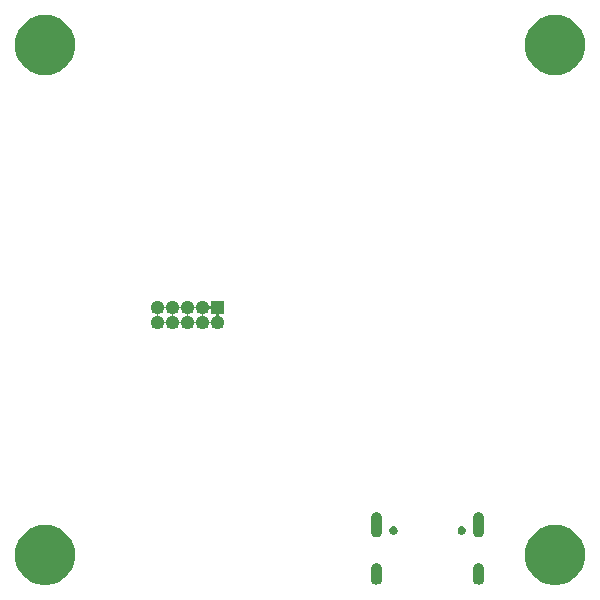
<source format=gbr>
G04 #@! TF.GenerationSoftware,KiCad,Pcbnew,5.1.5+dfsg1-2build2*
G04 #@! TF.CreationDate,2020-06-29T20:33:36+01:00*
G04 #@! TF.ProjectId,program_usb_kit,70726f67-7261-46d5-9f75-73625f6b6974,rev?*
G04 #@! TF.SameCoordinates,Original*
G04 #@! TF.FileFunction,Soldermask,Bot*
G04 #@! TF.FilePolarity,Negative*
%FSLAX46Y46*%
G04 Gerber Fmt 4.6, Leading zero omitted, Abs format (unit mm)*
G04 Created by KiCad (PCBNEW 5.1.5+dfsg1-2build2) date 2020-06-29 20:33:36*
%MOMM*%
%LPD*%
G04 APERTURE LIST*
%ADD10C,0.100000*%
G04 APERTURE END LIST*
D10*
G36*
X250638391Y-95278214D02*
G01*
X250934102Y-95337034D01*
X251282271Y-95481251D01*
X251398352Y-95529333D01*
X251816168Y-95808509D01*
X252171491Y-96163832D01*
X252450667Y-96581648D01*
X252490496Y-96677804D01*
X252642966Y-97045898D01*
X252701267Y-97339000D01*
X252741000Y-97538748D01*
X252741000Y-98041252D01*
X252721295Y-98140314D01*
X252642966Y-98534102D01*
X252531855Y-98802347D01*
X252450667Y-98998352D01*
X252171491Y-99416168D01*
X251816168Y-99771491D01*
X251398352Y-100050667D01*
X251340367Y-100074685D01*
X250934102Y-100242966D01*
X250703924Y-100288751D01*
X250441252Y-100341000D01*
X249938748Y-100341000D01*
X249676076Y-100288751D01*
X249445898Y-100242966D01*
X249039633Y-100074685D01*
X248981648Y-100050667D01*
X248563832Y-99771491D01*
X248208509Y-99416168D01*
X247929333Y-98998352D01*
X247848145Y-98802347D01*
X247737034Y-98534102D01*
X247658705Y-98140314D01*
X247639000Y-98041252D01*
X247639000Y-97538748D01*
X247678733Y-97339000D01*
X247737034Y-97045898D01*
X247889504Y-96677804D01*
X247929333Y-96581648D01*
X248208509Y-96163832D01*
X248563832Y-95808509D01*
X248981648Y-95529333D01*
X249097729Y-95481251D01*
X249445898Y-95337034D01*
X249741609Y-95278214D01*
X249938748Y-95239000D01*
X250441252Y-95239000D01*
X250638391Y-95278214D01*
G37*
G36*
X207458391Y-95278214D02*
G01*
X207754102Y-95337034D01*
X208102271Y-95481251D01*
X208218352Y-95529333D01*
X208636168Y-95808509D01*
X208991491Y-96163832D01*
X209270667Y-96581648D01*
X209310496Y-96677804D01*
X209462966Y-97045898D01*
X209521267Y-97339000D01*
X209561000Y-97538748D01*
X209561000Y-98041252D01*
X209541295Y-98140314D01*
X209462966Y-98534102D01*
X209351855Y-98802347D01*
X209270667Y-98998352D01*
X208991491Y-99416168D01*
X208636168Y-99771491D01*
X208218352Y-100050667D01*
X208160367Y-100074685D01*
X207754102Y-100242966D01*
X207523924Y-100288751D01*
X207261252Y-100341000D01*
X206758748Y-100341000D01*
X206496076Y-100288751D01*
X206265898Y-100242966D01*
X205859633Y-100074685D01*
X205801648Y-100050667D01*
X205383832Y-99771491D01*
X205028509Y-99416168D01*
X204749333Y-98998352D01*
X204668145Y-98802347D01*
X204557034Y-98534102D01*
X204478705Y-98140314D01*
X204459000Y-98041252D01*
X204459000Y-97538748D01*
X204498733Y-97339000D01*
X204557034Y-97045898D01*
X204709504Y-96677804D01*
X204749333Y-96581648D01*
X205028509Y-96163832D01*
X205383832Y-95808509D01*
X205801648Y-95529333D01*
X205917729Y-95481251D01*
X206265898Y-95337034D01*
X206561609Y-95278214D01*
X206758748Y-95239000D01*
X207261252Y-95239000D01*
X207458391Y-95278214D01*
G37*
G36*
X235173212Y-98501249D02*
G01*
X235267651Y-98529897D01*
X235354687Y-98576418D01*
X235430975Y-98639025D01*
X235493582Y-98715313D01*
X235540103Y-98802348D01*
X235568751Y-98896787D01*
X235576000Y-98970388D01*
X235576000Y-99819612D01*
X235568751Y-99893213D01*
X235540103Y-99987652D01*
X235493582Y-100074687D01*
X235430975Y-100150975D01*
X235354687Y-100213582D01*
X235267652Y-100260103D01*
X235173213Y-100288751D01*
X235075000Y-100298424D01*
X234976788Y-100288751D01*
X234882349Y-100260103D01*
X234795314Y-100213582D01*
X234719026Y-100150975D01*
X234656419Y-100074687D01*
X234609898Y-99987652D01*
X234581250Y-99893213D01*
X234581250Y-99893211D01*
X234581249Y-99893209D01*
X234574000Y-99819607D01*
X234574000Y-98970394D01*
X234574001Y-98970388D01*
X234581249Y-98896788D01*
X234609897Y-98802349D01*
X234656418Y-98715313D01*
X234719025Y-98639025D01*
X234795313Y-98576418D01*
X234882348Y-98529897D01*
X234976787Y-98501249D01*
X235075000Y-98491576D01*
X235173212Y-98501249D01*
G37*
G36*
X243813212Y-98501249D02*
G01*
X243907651Y-98529897D01*
X243994687Y-98576418D01*
X244070975Y-98639025D01*
X244133582Y-98715313D01*
X244180103Y-98802348D01*
X244208751Y-98896787D01*
X244216000Y-98970388D01*
X244216000Y-99819612D01*
X244208751Y-99893213D01*
X244180103Y-99987652D01*
X244133582Y-100074687D01*
X244070975Y-100150975D01*
X243994687Y-100213582D01*
X243907652Y-100260103D01*
X243813213Y-100288751D01*
X243715000Y-100298424D01*
X243616788Y-100288751D01*
X243522349Y-100260103D01*
X243435314Y-100213582D01*
X243359026Y-100150975D01*
X243296419Y-100074687D01*
X243249898Y-99987652D01*
X243221250Y-99893213D01*
X243221250Y-99893211D01*
X243221249Y-99893209D01*
X243214000Y-99819607D01*
X243214000Y-98970394D01*
X243214001Y-98970388D01*
X243221249Y-98896788D01*
X243249897Y-98802349D01*
X243296418Y-98715313D01*
X243359025Y-98639025D01*
X243435313Y-98576418D01*
X243522348Y-98529897D01*
X243616787Y-98501249D01*
X243715000Y-98491576D01*
X243813212Y-98501249D01*
G37*
G36*
X235173212Y-94181249D02*
G01*
X235267651Y-94209897D01*
X235354687Y-94256418D01*
X235430975Y-94319025D01*
X235493582Y-94395313D01*
X235540103Y-94482348D01*
X235568751Y-94576787D01*
X235576000Y-94650388D01*
X235576000Y-95799612D01*
X235568751Y-95873213D01*
X235540103Y-95967652D01*
X235493582Y-96054687D01*
X235430975Y-96130975D01*
X235354687Y-96193582D01*
X235267652Y-96240103D01*
X235173213Y-96268751D01*
X235075000Y-96278424D01*
X234976788Y-96268751D01*
X234882349Y-96240103D01*
X234795314Y-96193582D01*
X234719026Y-96130975D01*
X234656419Y-96054687D01*
X234609898Y-95967652D01*
X234581250Y-95873213D01*
X234574001Y-95799612D01*
X234574000Y-94650389D01*
X234581249Y-94576788D01*
X234609897Y-94482349D01*
X234656418Y-94395313D01*
X234719025Y-94319025D01*
X234795313Y-94256418D01*
X234882348Y-94209897D01*
X234976787Y-94181249D01*
X235075000Y-94171576D01*
X235173212Y-94181249D01*
G37*
G36*
X243813212Y-94181249D02*
G01*
X243907651Y-94209897D01*
X243994687Y-94256418D01*
X244070975Y-94319025D01*
X244133582Y-94395313D01*
X244180103Y-94482348D01*
X244208751Y-94576787D01*
X244216000Y-94650388D01*
X244216000Y-95799612D01*
X244208751Y-95873213D01*
X244180103Y-95967652D01*
X244133582Y-96054687D01*
X244070975Y-96130975D01*
X243994687Y-96193582D01*
X243907652Y-96240103D01*
X243813213Y-96268751D01*
X243715000Y-96278424D01*
X243616788Y-96268751D01*
X243522349Y-96240103D01*
X243435314Y-96193582D01*
X243359026Y-96130975D01*
X243296419Y-96054687D01*
X243249898Y-95967652D01*
X243221250Y-95873213D01*
X243214001Y-95799612D01*
X243214000Y-94650389D01*
X243221249Y-94576788D01*
X243249897Y-94482349D01*
X243296418Y-94395313D01*
X243359025Y-94319025D01*
X243435313Y-94256418D01*
X243522348Y-94209897D01*
X243616787Y-94181249D01*
X243715000Y-94171576D01*
X243813212Y-94181249D01*
G37*
G36*
X242387381Y-95367488D02*
G01*
X242451263Y-95393949D01*
X242508748Y-95432359D01*
X242557641Y-95481252D01*
X242596051Y-95538737D01*
X242622512Y-95602619D01*
X242636000Y-95670427D01*
X242636000Y-95739573D01*
X242622512Y-95807381D01*
X242596051Y-95871263D01*
X242557641Y-95928748D01*
X242508748Y-95977641D01*
X242451263Y-96016051D01*
X242387381Y-96042512D01*
X242319573Y-96056000D01*
X242250427Y-96056000D01*
X242182619Y-96042512D01*
X242118737Y-96016051D01*
X242061252Y-95977641D01*
X242012359Y-95928748D01*
X241973949Y-95871263D01*
X241947488Y-95807381D01*
X241934000Y-95739573D01*
X241934000Y-95670427D01*
X241947488Y-95602619D01*
X241973949Y-95538737D01*
X242012359Y-95481252D01*
X242061252Y-95432359D01*
X242118737Y-95393949D01*
X242182619Y-95367488D01*
X242250427Y-95354000D01*
X242319573Y-95354000D01*
X242387381Y-95367488D01*
G37*
G36*
X236607381Y-95367488D02*
G01*
X236671263Y-95393949D01*
X236728748Y-95432359D01*
X236777641Y-95481252D01*
X236816051Y-95538737D01*
X236842512Y-95602619D01*
X236856000Y-95670427D01*
X236856000Y-95739573D01*
X236842512Y-95807381D01*
X236816051Y-95871263D01*
X236777641Y-95928748D01*
X236728748Y-95977641D01*
X236671263Y-96016051D01*
X236607381Y-96042512D01*
X236539573Y-96056000D01*
X236470427Y-96056000D01*
X236402619Y-96042512D01*
X236338737Y-96016051D01*
X236281252Y-95977641D01*
X236232359Y-95928748D01*
X236193949Y-95871263D01*
X236167488Y-95807381D01*
X236154000Y-95739573D01*
X236154000Y-95670427D01*
X236167488Y-95602619D01*
X236193949Y-95538737D01*
X236232359Y-95481252D01*
X236281252Y-95432359D01*
X236338737Y-95393949D01*
X236402619Y-95367488D01*
X236470427Y-95354000D01*
X236539573Y-95354000D01*
X236607381Y-95367488D01*
G37*
G36*
X216642495Y-76294588D02*
G01*
X216695723Y-76305175D01*
X216795996Y-76346710D01*
X216886243Y-76407011D01*
X216962989Y-76483757D01*
X217023290Y-76574004D01*
X217064825Y-76674277D01*
X217071922Y-76709957D01*
X217077613Y-76728716D01*
X217086854Y-76746004D01*
X217099290Y-76761158D01*
X217114443Y-76773594D01*
X217131732Y-76782835D01*
X217150491Y-76788526D01*
X217170000Y-76790447D01*
X217189509Y-76788526D01*
X217208268Y-76782835D01*
X217225556Y-76773594D01*
X217240710Y-76761158D01*
X217253146Y-76746005D01*
X217262387Y-76728716D01*
X217268078Y-76709957D01*
X217275175Y-76674277D01*
X217316710Y-76574004D01*
X217377011Y-76483757D01*
X217453757Y-76407011D01*
X217544004Y-76346710D01*
X217644277Y-76305175D01*
X217697505Y-76294588D01*
X217750731Y-76284000D01*
X217859269Y-76284000D01*
X217912495Y-76294588D01*
X217965723Y-76305175D01*
X218065996Y-76346710D01*
X218156243Y-76407011D01*
X218232989Y-76483757D01*
X218293290Y-76574004D01*
X218334825Y-76674277D01*
X218341922Y-76709957D01*
X218347613Y-76728716D01*
X218356854Y-76746004D01*
X218369290Y-76761158D01*
X218384443Y-76773594D01*
X218401732Y-76782835D01*
X218420491Y-76788526D01*
X218440000Y-76790447D01*
X218459509Y-76788526D01*
X218478268Y-76782835D01*
X218495556Y-76773594D01*
X218510710Y-76761158D01*
X218523146Y-76746005D01*
X218532387Y-76728716D01*
X218538078Y-76709957D01*
X218545175Y-76674277D01*
X218586710Y-76574004D01*
X218647011Y-76483757D01*
X218723757Y-76407011D01*
X218814004Y-76346710D01*
X218914277Y-76305175D01*
X218967505Y-76294588D01*
X219020731Y-76284000D01*
X219129269Y-76284000D01*
X219182495Y-76294588D01*
X219235723Y-76305175D01*
X219335996Y-76346710D01*
X219426243Y-76407011D01*
X219502989Y-76483757D01*
X219563290Y-76574004D01*
X219604825Y-76674277D01*
X219611922Y-76709957D01*
X219617613Y-76728716D01*
X219626854Y-76746004D01*
X219639290Y-76761158D01*
X219654443Y-76773594D01*
X219671732Y-76782835D01*
X219690491Y-76788526D01*
X219710000Y-76790447D01*
X219729509Y-76788526D01*
X219748268Y-76782835D01*
X219765556Y-76773594D01*
X219780710Y-76761158D01*
X219793146Y-76746005D01*
X219802387Y-76728716D01*
X219808078Y-76709957D01*
X219815175Y-76674277D01*
X219856710Y-76574004D01*
X219917011Y-76483757D01*
X219993757Y-76407011D01*
X220084004Y-76346710D01*
X220184277Y-76305175D01*
X220237505Y-76294588D01*
X220290731Y-76284000D01*
X220399269Y-76284000D01*
X220452495Y-76294588D01*
X220505723Y-76305175D01*
X220605996Y-76346710D01*
X220696243Y-76407011D01*
X220772989Y-76483757D01*
X220833291Y-76574004D01*
X220871614Y-76666525D01*
X220880855Y-76683814D01*
X220893291Y-76698967D01*
X220908445Y-76711403D01*
X220925733Y-76720644D01*
X220944492Y-76726335D01*
X220964001Y-76728256D01*
X220983510Y-76726335D01*
X221002269Y-76720644D01*
X221019558Y-76711403D01*
X221034711Y-76698967D01*
X221047147Y-76683813D01*
X221056388Y-76666525D01*
X221062079Y-76647766D01*
X221064000Y-76628257D01*
X221064000Y-76284000D01*
X222166000Y-76284000D01*
X222166000Y-77386000D01*
X221821743Y-77386000D01*
X221802234Y-77387921D01*
X221783475Y-77393612D01*
X221766187Y-77402853D01*
X221751033Y-77415289D01*
X221738597Y-77430443D01*
X221729356Y-77447731D01*
X221723665Y-77466490D01*
X221721744Y-77485999D01*
X221723665Y-77505508D01*
X221729356Y-77524267D01*
X221738597Y-77541555D01*
X221751033Y-77556709D01*
X221766187Y-77569145D01*
X221783475Y-77578386D01*
X221875996Y-77616709D01*
X221966243Y-77677011D01*
X222042989Y-77753757D01*
X222103290Y-77844004D01*
X222144825Y-77944277D01*
X222144825Y-77944279D01*
X222166000Y-78050731D01*
X222166000Y-78159269D01*
X222159092Y-78193995D01*
X222144825Y-78265723D01*
X222103290Y-78365996D01*
X222042989Y-78456243D01*
X221966243Y-78532989D01*
X221875996Y-78593290D01*
X221775723Y-78634825D01*
X221722495Y-78645413D01*
X221669269Y-78656000D01*
X221560731Y-78656000D01*
X221507505Y-78645413D01*
X221454277Y-78634825D01*
X221354004Y-78593290D01*
X221263757Y-78532989D01*
X221187011Y-78456243D01*
X221126710Y-78365996D01*
X221085175Y-78265723D01*
X221078078Y-78230043D01*
X221072387Y-78211284D01*
X221063146Y-78193996D01*
X221050710Y-78178842D01*
X221035557Y-78166406D01*
X221018268Y-78157165D01*
X220999509Y-78151474D01*
X220980000Y-78149553D01*
X220960491Y-78151474D01*
X220941732Y-78157165D01*
X220924444Y-78166406D01*
X220909290Y-78178842D01*
X220896854Y-78193995D01*
X220887613Y-78211284D01*
X220881922Y-78230043D01*
X220874825Y-78265723D01*
X220833290Y-78365996D01*
X220772989Y-78456243D01*
X220696243Y-78532989D01*
X220605996Y-78593290D01*
X220505723Y-78634825D01*
X220452495Y-78645413D01*
X220399269Y-78656000D01*
X220290731Y-78656000D01*
X220237505Y-78645413D01*
X220184277Y-78634825D01*
X220084004Y-78593290D01*
X219993757Y-78532989D01*
X219917011Y-78456243D01*
X219856710Y-78365996D01*
X219815175Y-78265723D01*
X219808078Y-78230043D01*
X219802387Y-78211284D01*
X219793146Y-78193996D01*
X219780710Y-78178842D01*
X219765557Y-78166406D01*
X219748268Y-78157165D01*
X219729509Y-78151474D01*
X219710000Y-78149553D01*
X219690491Y-78151474D01*
X219671732Y-78157165D01*
X219654444Y-78166406D01*
X219639290Y-78178842D01*
X219626854Y-78193995D01*
X219617613Y-78211284D01*
X219611922Y-78230043D01*
X219604825Y-78265723D01*
X219563290Y-78365996D01*
X219502989Y-78456243D01*
X219426243Y-78532989D01*
X219335996Y-78593290D01*
X219235723Y-78634825D01*
X219182495Y-78645413D01*
X219129269Y-78656000D01*
X219020731Y-78656000D01*
X218967505Y-78645413D01*
X218914277Y-78634825D01*
X218814004Y-78593290D01*
X218723757Y-78532989D01*
X218647011Y-78456243D01*
X218586710Y-78365996D01*
X218545175Y-78265723D01*
X218538078Y-78230043D01*
X218532387Y-78211284D01*
X218523146Y-78193996D01*
X218510710Y-78178842D01*
X218495557Y-78166406D01*
X218478268Y-78157165D01*
X218459509Y-78151474D01*
X218440000Y-78149553D01*
X218420491Y-78151474D01*
X218401732Y-78157165D01*
X218384444Y-78166406D01*
X218369290Y-78178842D01*
X218356854Y-78193995D01*
X218347613Y-78211284D01*
X218341922Y-78230043D01*
X218334825Y-78265723D01*
X218293290Y-78365996D01*
X218232989Y-78456243D01*
X218156243Y-78532989D01*
X218065996Y-78593290D01*
X217965723Y-78634825D01*
X217912495Y-78645413D01*
X217859269Y-78656000D01*
X217750731Y-78656000D01*
X217697505Y-78645413D01*
X217644277Y-78634825D01*
X217544004Y-78593290D01*
X217453757Y-78532989D01*
X217377011Y-78456243D01*
X217316710Y-78365996D01*
X217275175Y-78265723D01*
X217268078Y-78230043D01*
X217262387Y-78211284D01*
X217253146Y-78193996D01*
X217240710Y-78178842D01*
X217225557Y-78166406D01*
X217208268Y-78157165D01*
X217189509Y-78151474D01*
X217170000Y-78149553D01*
X217150491Y-78151474D01*
X217131732Y-78157165D01*
X217114444Y-78166406D01*
X217099290Y-78178842D01*
X217086854Y-78193995D01*
X217077613Y-78211284D01*
X217071922Y-78230043D01*
X217064825Y-78265723D01*
X217023290Y-78365996D01*
X216962989Y-78456243D01*
X216886243Y-78532989D01*
X216795996Y-78593290D01*
X216695723Y-78634825D01*
X216642495Y-78645413D01*
X216589269Y-78656000D01*
X216480731Y-78656000D01*
X216427505Y-78645413D01*
X216374277Y-78634825D01*
X216274004Y-78593290D01*
X216183757Y-78532989D01*
X216107011Y-78456243D01*
X216046710Y-78365996D01*
X216005175Y-78265723D01*
X215990908Y-78193995D01*
X215984000Y-78159269D01*
X215984000Y-78050731D01*
X216005175Y-77944279D01*
X216005175Y-77944277D01*
X216046710Y-77844004D01*
X216107011Y-77753757D01*
X216183757Y-77677011D01*
X216274004Y-77616710D01*
X216374277Y-77575175D01*
X216409957Y-77568078D01*
X216428716Y-77562387D01*
X216446004Y-77553146D01*
X216461158Y-77540710D01*
X216473594Y-77525557D01*
X216482835Y-77508268D01*
X216488526Y-77489509D01*
X216490447Y-77470000D01*
X216579553Y-77470000D01*
X216581474Y-77489509D01*
X216587165Y-77508268D01*
X216596406Y-77525556D01*
X216608842Y-77540710D01*
X216623995Y-77553146D01*
X216641284Y-77562387D01*
X216660043Y-77568078D01*
X216695723Y-77575175D01*
X216795996Y-77616710D01*
X216886243Y-77677011D01*
X216962989Y-77753757D01*
X217023290Y-77844004D01*
X217064825Y-77944277D01*
X217071922Y-77979957D01*
X217077613Y-77998716D01*
X217086854Y-78016004D01*
X217099290Y-78031158D01*
X217114443Y-78043594D01*
X217131732Y-78052835D01*
X217150491Y-78058526D01*
X217170000Y-78060447D01*
X217189509Y-78058526D01*
X217208268Y-78052835D01*
X217225556Y-78043594D01*
X217240710Y-78031158D01*
X217253146Y-78016005D01*
X217262387Y-77998716D01*
X217268078Y-77979957D01*
X217275175Y-77944277D01*
X217316710Y-77844004D01*
X217377011Y-77753757D01*
X217453757Y-77677011D01*
X217544004Y-77616710D01*
X217644277Y-77575175D01*
X217679957Y-77568078D01*
X217698716Y-77562387D01*
X217716004Y-77553146D01*
X217731158Y-77540710D01*
X217743594Y-77525557D01*
X217752835Y-77508268D01*
X217758526Y-77489509D01*
X217760447Y-77470000D01*
X217849553Y-77470000D01*
X217851474Y-77489509D01*
X217857165Y-77508268D01*
X217866406Y-77525556D01*
X217878842Y-77540710D01*
X217893995Y-77553146D01*
X217911284Y-77562387D01*
X217930043Y-77568078D01*
X217965723Y-77575175D01*
X218065996Y-77616710D01*
X218156243Y-77677011D01*
X218232989Y-77753757D01*
X218293290Y-77844004D01*
X218334825Y-77944277D01*
X218341922Y-77979957D01*
X218347613Y-77998716D01*
X218356854Y-78016004D01*
X218369290Y-78031158D01*
X218384443Y-78043594D01*
X218401732Y-78052835D01*
X218420491Y-78058526D01*
X218440000Y-78060447D01*
X218459509Y-78058526D01*
X218478268Y-78052835D01*
X218495556Y-78043594D01*
X218510710Y-78031158D01*
X218523146Y-78016005D01*
X218532387Y-77998716D01*
X218538078Y-77979957D01*
X218545175Y-77944277D01*
X218586710Y-77844004D01*
X218647011Y-77753757D01*
X218723757Y-77677011D01*
X218814004Y-77616710D01*
X218914277Y-77575175D01*
X218949957Y-77568078D01*
X218968716Y-77562387D01*
X218986004Y-77553146D01*
X219001158Y-77540710D01*
X219013594Y-77525557D01*
X219022835Y-77508268D01*
X219028526Y-77489509D01*
X219030447Y-77470000D01*
X219119553Y-77470000D01*
X219121474Y-77489509D01*
X219127165Y-77508268D01*
X219136406Y-77525556D01*
X219148842Y-77540710D01*
X219163995Y-77553146D01*
X219181284Y-77562387D01*
X219200043Y-77568078D01*
X219235723Y-77575175D01*
X219335996Y-77616710D01*
X219426243Y-77677011D01*
X219502989Y-77753757D01*
X219563290Y-77844004D01*
X219604825Y-77944277D01*
X219611922Y-77979957D01*
X219617613Y-77998716D01*
X219626854Y-78016004D01*
X219639290Y-78031158D01*
X219654443Y-78043594D01*
X219671732Y-78052835D01*
X219690491Y-78058526D01*
X219710000Y-78060447D01*
X219729509Y-78058526D01*
X219748268Y-78052835D01*
X219765556Y-78043594D01*
X219780710Y-78031158D01*
X219793146Y-78016005D01*
X219802387Y-77998716D01*
X219808078Y-77979957D01*
X219815175Y-77944277D01*
X219856710Y-77844004D01*
X219917011Y-77753757D01*
X219993757Y-77677011D01*
X220084004Y-77616710D01*
X220184277Y-77575175D01*
X220219957Y-77568078D01*
X220238716Y-77562387D01*
X220256004Y-77553146D01*
X220271158Y-77540710D01*
X220283594Y-77525557D01*
X220292835Y-77508268D01*
X220298526Y-77489509D01*
X220300447Y-77470000D01*
X220389553Y-77470000D01*
X220391474Y-77489509D01*
X220397165Y-77508268D01*
X220406406Y-77525556D01*
X220418842Y-77540710D01*
X220433995Y-77553146D01*
X220451284Y-77562387D01*
X220470043Y-77568078D01*
X220505723Y-77575175D01*
X220605996Y-77616710D01*
X220696243Y-77677011D01*
X220772989Y-77753757D01*
X220833290Y-77844004D01*
X220874825Y-77944277D01*
X220881922Y-77979957D01*
X220887613Y-77998716D01*
X220896854Y-78016004D01*
X220909290Y-78031158D01*
X220924443Y-78043594D01*
X220941732Y-78052835D01*
X220960491Y-78058526D01*
X220980000Y-78060447D01*
X220999509Y-78058526D01*
X221018268Y-78052835D01*
X221035556Y-78043594D01*
X221050710Y-78031158D01*
X221063146Y-78016005D01*
X221072387Y-77998716D01*
X221078078Y-77979957D01*
X221085175Y-77944277D01*
X221126710Y-77844004D01*
X221187011Y-77753757D01*
X221263757Y-77677011D01*
X221354004Y-77616709D01*
X221446525Y-77578386D01*
X221463814Y-77569145D01*
X221478967Y-77556709D01*
X221491403Y-77541555D01*
X221500644Y-77524267D01*
X221506335Y-77505508D01*
X221508256Y-77485999D01*
X221506335Y-77466490D01*
X221500644Y-77447731D01*
X221491403Y-77430442D01*
X221478967Y-77415289D01*
X221463813Y-77402853D01*
X221446525Y-77393612D01*
X221427766Y-77387921D01*
X221408257Y-77386000D01*
X221064000Y-77386000D01*
X221064000Y-77041743D01*
X221062079Y-77022234D01*
X221056388Y-77003475D01*
X221047147Y-76986187D01*
X221034711Y-76971033D01*
X221019557Y-76958597D01*
X221002269Y-76949356D01*
X220983510Y-76943665D01*
X220964001Y-76941744D01*
X220944492Y-76943665D01*
X220925733Y-76949356D01*
X220908445Y-76958597D01*
X220893291Y-76971033D01*
X220880855Y-76986187D01*
X220871614Y-77003475D01*
X220833291Y-77095996D01*
X220772989Y-77186243D01*
X220696243Y-77262989D01*
X220605996Y-77323290D01*
X220505723Y-77364825D01*
X220470043Y-77371922D01*
X220451284Y-77377613D01*
X220433996Y-77386854D01*
X220418842Y-77399290D01*
X220406406Y-77414443D01*
X220397165Y-77431732D01*
X220391474Y-77450491D01*
X220389553Y-77470000D01*
X220300447Y-77470000D01*
X220298526Y-77450491D01*
X220292835Y-77431732D01*
X220283594Y-77414444D01*
X220271158Y-77399290D01*
X220256005Y-77386854D01*
X220238716Y-77377613D01*
X220219957Y-77371922D01*
X220184277Y-77364825D01*
X220084004Y-77323290D01*
X219993757Y-77262989D01*
X219917011Y-77186243D01*
X219856710Y-77095996D01*
X219815175Y-76995723D01*
X219808078Y-76960043D01*
X219802387Y-76941284D01*
X219793146Y-76923996D01*
X219780710Y-76908842D01*
X219765557Y-76896406D01*
X219748268Y-76887165D01*
X219729509Y-76881474D01*
X219710000Y-76879553D01*
X219690491Y-76881474D01*
X219671732Y-76887165D01*
X219654444Y-76896406D01*
X219639290Y-76908842D01*
X219626854Y-76923995D01*
X219617613Y-76941284D01*
X219611922Y-76960043D01*
X219604825Y-76995723D01*
X219563290Y-77095996D01*
X219502989Y-77186243D01*
X219426243Y-77262989D01*
X219335996Y-77323290D01*
X219235723Y-77364825D01*
X219200043Y-77371922D01*
X219181284Y-77377613D01*
X219163996Y-77386854D01*
X219148842Y-77399290D01*
X219136406Y-77414443D01*
X219127165Y-77431732D01*
X219121474Y-77450491D01*
X219119553Y-77470000D01*
X219030447Y-77470000D01*
X219028526Y-77450491D01*
X219022835Y-77431732D01*
X219013594Y-77414444D01*
X219001158Y-77399290D01*
X218986005Y-77386854D01*
X218968716Y-77377613D01*
X218949957Y-77371922D01*
X218914277Y-77364825D01*
X218814004Y-77323290D01*
X218723757Y-77262989D01*
X218647011Y-77186243D01*
X218586710Y-77095996D01*
X218545175Y-76995723D01*
X218538078Y-76960043D01*
X218532387Y-76941284D01*
X218523146Y-76923996D01*
X218510710Y-76908842D01*
X218495557Y-76896406D01*
X218478268Y-76887165D01*
X218459509Y-76881474D01*
X218440000Y-76879553D01*
X218420491Y-76881474D01*
X218401732Y-76887165D01*
X218384444Y-76896406D01*
X218369290Y-76908842D01*
X218356854Y-76923995D01*
X218347613Y-76941284D01*
X218341922Y-76960043D01*
X218334825Y-76995723D01*
X218293290Y-77095996D01*
X218232989Y-77186243D01*
X218156243Y-77262989D01*
X218065996Y-77323290D01*
X217965723Y-77364825D01*
X217930043Y-77371922D01*
X217911284Y-77377613D01*
X217893996Y-77386854D01*
X217878842Y-77399290D01*
X217866406Y-77414443D01*
X217857165Y-77431732D01*
X217851474Y-77450491D01*
X217849553Y-77470000D01*
X217760447Y-77470000D01*
X217758526Y-77450491D01*
X217752835Y-77431732D01*
X217743594Y-77414444D01*
X217731158Y-77399290D01*
X217716005Y-77386854D01*
X217698716Y-77377613D01*
X217679957Y-77371922D01*
X217644277Y-77364825D01*
X217544004Y-77323290D01*
X217453757Y-77262989D01*
X217377011Y-77186243D01*
X217316710Y-77095996D01*
X217275175Y-76995723D01*
X217268078Y-76960043D01*
X217262387Y-76941284D01*
X217253146Y-76923996D01*
X217240710Y-76908842D01*
X217225557Y-76896406D01*
X217208268Y-76887165D01*
X217189509Y-76881474D01*
X217170000Y-76879553D01*
X217150491Y-76881474D01*
X217131732Y-76887165D01*
X217114444Y-76896406D01*
X217099290Y-76908842D01*
X217086854Y-76923995D01*
X217077613Y-76941284D01*
X217071922Y-76960043D01*
X217064825Y-76995723D01*
X217023290Y-77095996D01*
X216962989Y-77186243D01*
X216886243Y-77262989D01*
X216795996Y-77323290D01*
X216695723Y-77364825D01*
X216660043Y-77371922D01*
X216641284Y-77377613D01*
X216623996Y-77386854D01*
X216608842Y-77399290D01*
X216596406Y-77414443D01*
X216587165Y-77431732D01*
X216581474Y-77450491D01*
X216579553Y-77470000D01*
X216490447Y-77470000D01*
X216488526Y-77450491D01*
X216482835Y-77431732D01*
X216473594Y-77414444D01*
X216461158Y-77399290D01*
X216446005Y-77386854D01*
X216428716Y-77377613D01*
X216409957Y-77371922D01*
X216374277Y-77364825D01*
X216274004Y-77323290D01*
X216183757Y-77262989D01*
X216107011Y-77186243D01*
X216046710Y-77095996D01*
X216005175Y-76995723D01*
X215990908Y-76923995D01*
X215984000Y-76889269D01*
X215984000Y-76780731D01*
X216003278Y-76683814D01*
X216005175Y-76674277D01*
X216046710Y-76574004D01*
X216107011Y-76483757D01*
X216183757Y-76407011D01*
X216274004Y-76346710D01*
X216374277Y-76305175D01*
X216427505Y-76294588D01*
X216480731Y-76284000D01*
X216589269Y-76284000D01*
X216642495Y-76294588D01*
G37*
G36*
X250638391Y-52098214D02*
G01*
X250934102Y-52157034D01*
X251282289Y-52301258D01*
X251398352Y-52349333D01*
X251816168Y-52628509D01*
X252171491Y-52983832D01*
X252450667Y-53401648D01*
X252490496Y-53497804D01*
X252642966Y-53865898D01*
X252701267Y-54159000D01*
X252741000Y-54358748D01*
X252741000Y-54861252D01*
X252721295Y-54960314D01*
X252642966Y-55354102D01*
X252521093Y-55648329D01*
X252450667Y-55818352D01*
X252171491Y-56236168D01*
X251816168Y-56591491D01*
X251398352Y-56870667D01*
X251282467Y-56918668D01*
X250934102Y-57062966D01*
X250638391Y-57121786D01*
X250441252Y-57161000D01*
X249938748Y-57161000D01*
X249741609Y-57121786D01*
X249445898Y-57062966D01*
X249097533Y-56918668D01*
X248981648Y-56870667D01*
X248563832Y-56591491D01*
X248208509Y-56236168D01*
X247929333Y-55818352D01*
X247858907Y-55648329D01*
X247737034Y-55354102D01*
X247658705Y-54960314D01*
X247639000Y-54861252D01*
X247639000Y-54358748D01*
X247678733Y-54159000D01*
X247737034Y-53865898D01*
X247889504Y-53497804D01*
X247929333Y-53401648D01*
X248208509Y-52983832D01*
X248563832Y-52628509D01*
X248981648Y-52349333D01*
X249097711Y-52301258D01*
X249445898Y-52157034D01*
X249741609Y-52098214D01*
X249938748Y-52059000D01*
X250441252Y-52059000D01*
X250638391Y-52098214D01*
G37*
G36*
X207458391Y-52098214D02*
G01*
X207754102Y-52157034D01*
X208102289Y-52301258D01*
X208218352Y-52349333D01*
X208636168Y-52628509D01*
X208991491Y-52983832D01*
X209270667Y-53401648D01*
X209310496Y-53497804D01*
X209462966Y-53865898D01*
X209521267Y-54159000D01*
X209561000Y-54358748D01*
X209561000Y-54861252D01*
X209541295Y-54960314D01*
X209462966Y-55354102D01*
X209341093Y-55648329D01*
X209270667Y-55818352D01*
X208991491Y-56236168D01*
X208636168Y-56591491D01*
X208218352Y-56870667D01*
X208102467Y-56918668D01*
X207754102Y-57062966D01*
X207458391Y-57121786D01*
X207261252Y-57161000D01*
X206758748Y-57161000D01*
X206561609Y-57121786D01*
X206265898Y-57062966D01*
X205917533Y-56918668D01*
X205801648Y-56870667D01*
X205383832Y-56591491D01*
X205028509Y-56236168D01*
X204749333Y-55818352D01*
X204678907Y-55648329D01*
X204557034Y-55354102D01*
X204478705Y-54960314D01*
X204459000Y-54861252D01*
X204459000Y-54358748D01*
X204498733Y-54159000D01*
X204557034Y-53865898D01*
X204709504Y-53497804D01*
X204749333Y-53401648D01*
X205028509Y-52983832D01*
X205383832Y-52628509D01*
X205801648Y-52349333D01*
X205917711Y-52301258D01*
X206265898Y-52157034D01*
X206561609Y-52098214D01*
X206758748Y-52059000D01*
X207261252Y-52059000D01*
X207458391Y-52098214D01*
G37*
M02*

</source>
